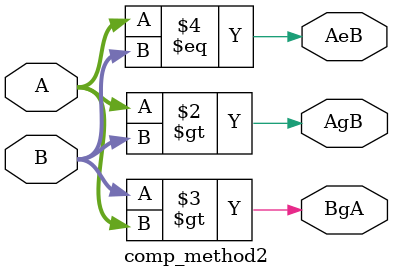
<source format=v>
module comp_method1(A,B, AgB, BgA, AeB);
	input [3:0] A, B;
	output wire AgB, BgA, AeB;
	
	assign AgB = A>B;
	assign BgA = B>A;
	assign AeB = A==B;
	
	///
	//assign AgB = (A>B)? 1 : 0;
	//assign BgA = (B>A)? 1 : 0;
	//assign AeB = (A==B)? 1 : 0;

		
endmodule

///////////////////////////////////////////////
module comp_method2(A,B, AgB, BgA, AeB);
	input [3:0] A, B;
	output reg AgB, BgA, AeB;
	
	always @(A,B)
	begin
		AgB = A>B;
		BgA = B>A;
		AeB = A==B;
	end
		
endmodule


</source>
